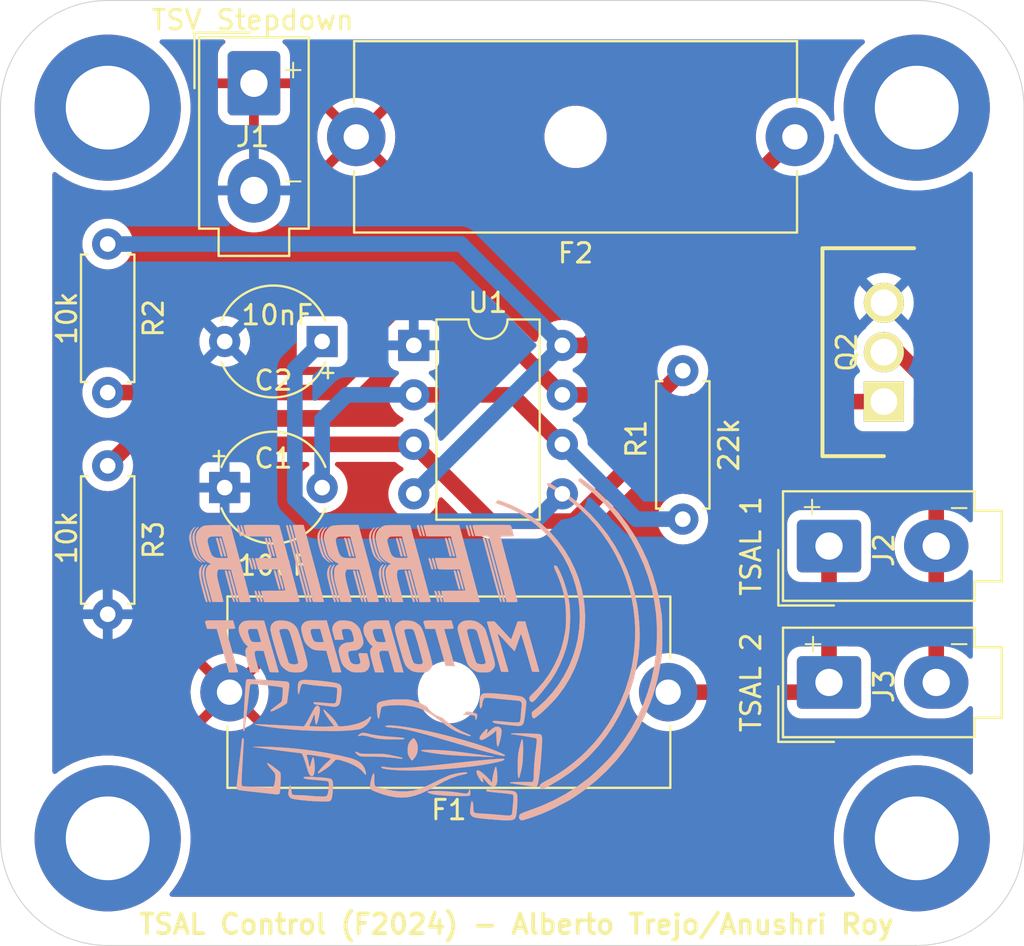
<source format=kicad_pcb>
(kicad_pcb (version 20240108) (generator "pcbnew") (generator_version "8.0")
  (layers (0 "F.Cu" signal) (31 "B.Cu" signal) (34 "B.Paste" user) (35 "F.Paste" user) (36 "B.SilkS" user "B.Silkscreen") (37 "F.SilkS" user "F.Silkscreen") (38 "B.Mask" user) (39 "F.Mask" user) (44 "Edge.Cuts" user))
  (net 0 "")
  (net 1 "Net-(U1-DIS)")
  (net 2 "Net-(U1-THR)")
  (net 3 "/12V")
  (net 4 "Net-(U1-CV)")
  (net 5 "TSVSD-")
  (net 6 "Net-(D1-A)")
  (net 7 "Net-(D1-K)")
  (net 8 "Net-(Q2-G)")
  (net 9 "Net-(U1-R)")
  (footprint "Motorsport_Footprints:U-Lite" (layer "F.Cu") (at 106.8 98.84 90)
    (property "Reference" "J3" (at -0.855 0.515 90) (layer "F.SilkS"))
    (property "Value" "TSAL 2" (at -0.66 -6.3 90) (layer "F.SilkS"))
    (pad "1" thru_hole oval (at -0.66 3.2 90) (size 2.7 3.3) (drill 1.4) (layers "*.Cu" "*.Mask") (net 7 "Net-(D1-K)"))
    (pad "2" thru_hole roundrect (at -0.66 -2.3 90) (size 2.7 3.3) (drill 1.4) (layers "*.Cu" "*.Mask") (roundrect_rratio 0.092593) (net 6 "Net-(D1-A)"))
  )
  (footprint "Motorsport_Footprints:FQ30N06L_Motorsport" (layer "F.Cu") (at 102.235 82.545 90)
    (property "Reference" "Q2" (at -0.005 3.175 90) (layer "F.SilkS"))
    (property "Value" "NMOS")
    (pad "1" thru_hole rect (at -2.54 5.08 180) (size 2.055 2.055) (drill 1.37) (layers "*.Cu" "*.Mask" "F.SilkS") (net 8 "Net-(Q2-G)"))
    (pad "2" thru_hole circle (at -0.005 5.08 180) (size 2.055 2.055) (drill 1.37) (layers "*.Cu" "*.Mask" "F.SilkS") (net 7 "Net-(D1-K)"))
    (pad "3" thru_hole circle (at 2.53 5.08 180) (size 2.055 2.055) (drill 1.37) (layers "*.Cu" "*.Mask" "F.SilkS") (net 5 "TSVSD-"))
  )
  (footprint "Connector_Molex:Molex_Mini-Fit_Jr_5566-02A_2x01_P4.20mm_Vertical" (layer "F.Cu") (at 75 68.75)
    (property "Reference" "J1" (at -0.07 2.75 0) (layer "F.SilkS"))
    (property "Value" "TSV Stepdown" (at -0.07 -3.25 180) (layer "F.SilkS"))
    (pad "1" thru_hole roundrect (at 0 0) (size 2.7 3.3) (drill 1.4) (layers "*.Cu" "*.Mask") (roundrect_rratio 0.092593) (net 3 "/12V"))
    (pad "2" thru_hole oval (at 0 5.5) (size 2.7 3.3) (drill 1.4) (layers "*.Cu" "*.Mask") (net 5 "TSVSD-"))
  )
  (footprint "Capacitor_THT:CP_Radial_Tantal_D5.5mm_P5.00mm" (layer "F.Cu") (at 78.5 82 180)
    (property "Reference" "C2" (at 2.5 -2 0) (layer "F.SilkS"))
    (property "Value" "10nF" (at 2.3 1.355 0) (layer "F.SilkS"))
    (pad "1" thru_hole rect (at 0 0 180) (size 1.6 1.6) (drill 0.8) (layers "*.Cu" "*.Mask") (net 4 "Net-(U1-CV)"))
    (pad "2" thru_hole circle (at 5 0 180) (size 1.6 1.6) (drill 0.8) (layers "*.Cu" "*.Mask") (net 5 "TSVSD-"))
  )
  (footprint "Fuse:Fuseholder_Cylinder-5x20mm_Schurter_0031_8201_Horizontal_Open" (layer "F.Cu") (at 80.25 71.5)
    (property "Reference" "F2" (at 11.25 5.97 0) (layer "F.SilkS"))
    (property "Value" "??? Fuse")
    (pad "" np_thru_hole circle (at 11.25 0) (size 2.7 2.7) (drill 2.7) (layers "*.Cu" "*.Mask"))
    (pad "1" thru_hole circle (at 0 0) (size 3 3) (drill 1.3) (layers "*.Cu" "*.Mask") (net 3 "/12V"))
    (pad "2" thru_hole circle (at 22.5 0) (size 3 3) (drill 1.3) (layers "*.Cu" "*.Mask") (net 9 "Net-(U1-R)"))
  )
  (footprint "MountingHole:MountingHole_4.3mm_M4_DIN965_Pad" (layer "F.Cu") (at 109 70)
    (property "Reference" "REF**" (hide yes))
    (property "Value" "MountingHole_4.3mm_M4_DIN965_Pad" (hide yes))
    (pad "1" thru_hole circle (at 0 0) (size 7.5 7.5) (drill 4.3) (layers "*.Cu" "*.Mask"))
  )
  (footprint "Capacitor_THT:CP_Radial_Tantal_D5.5mm_P5.00mm" (layer "F.Cu") (at 73.5 89.5)
    (property "Reference" "C1" (at 2.5 -1.5 0) (layer "F.SilkS"))
    (property "Value" "10uF" (at 2.5 4 0) (layer "F.SilkS"))
    (pad "1" thru_hole rect (at 0 0) (size 1.6 1.6) (drill 0.8) (layers "*.Cu" "*.Mask") (net 5 "TSVSD-"))
    (pad "2" thru_hole circle (at 5 0) (size 1.6 1.6) (drill 0.8) (layers "*.Cu" "*.Mask") (net 2 "Net-(U1-THR)"))
  )
  (footprint "Motorsport_Footprints:R_Axial_DIN0207_L6.3mm_D2.5mm_P7.62mm_Horizontal_Motorsport" (layer "F.Cu") (at 97 91.12 90)
    (property "Reference" "R1" (at 4.125 -2.385 90) (layer "F.SilkS"))
    (property "Value" "22k" (at 3.81 2.37 90) (layer "F.SilkS"))
    (pad "1" thru_hole circle (at 0 0 90) (size 1.6 1.6) (drill 0.8) (layers "*.Cu" "*.Mask") (net 2 "Net-(U1-THR)"))
    (pad "2" thru_hole oval (at 7.62 0 90) (size 1.6 1.6) (drill 0.8) (layers "*.Cu" "*.Mask") (net 1 "Net-(U1-DIS)"))
  )
  (footprint "Package_DIP:DIP-8_W7.62mm" (layer "F.Cu") (at 83.2 82.2)
    (property "Reference" "U1" (at 3.795 -2.19 0) (layer "F.SilkS"))
    (property "Value" "NE555P")
    (pad "1" thru_hole rect (at 0 0) (size 1.6 1.6) (drill 0.8) (layers "*.Cu" "*.Mask") (net 5 "TSVSD-"))
    (pad "2" thru_hole oval (at 0 2.54) (size 1.6 1.6) (drill 0.8) (layers "*.Cu" "*.Mask") (net 2 "Net-(U1-THR)"))
    (pad "3" thru_hole oval (at 0 5.08) (size 1.6 1.6) (drill 0.8) (layers "*.Cu" "*.Mask") (net 8 "Net-(Q2-G)"))
    (pad "4" thru_hole oval (at 0 7.62) (size 1.6 1.6) (drill 0.8) (layers "*.Cu" "*.Mask") (net 9 "Net-(U1-R)"))
    (pad "5" thru_hole oval (at 7.62 7.62) (size 1.6 1.6) (drill 0.8) (layers "*.Cu" "*.Mask") (net 4 "Net-(U1-CV)"))
    (pad "6" thru_hole oval (at 7.62 5.08) (size 1.6 1.6) (drill 0.8) (layers "*.Cu" "*.Mask") (net 2 "Net-(U1-THR)"))
    (pad "7" thru_hole oval (at 7.62 2.54) (size 1.6 1.6) (drill 0.8) (layers "*.Cu" "*.Mask") (net 1 "Net-(U1-DIS)"))
    (pad "8" thru_hole oval (at 7.62 0) (size 1.6 1.6) (drill 0.8) (layers "*.Cu" "*.Mask") (net 9 "Net-(U1-R)"))
  )
  (footprint "Fuse:Fuseholder_Cylinder-5x20mm_Schurter_0031_8201_Horizontal_Open" (layer "F.Cu") (at 73.75 100)
    (property "Reference" "F1" (at 11.25 6.045 0) (layer "F.SilkS"))
    (property "Value" "500mA Fuse")
    (pad "" np_thru_hole circle (at 11.25 0) (size 2.7 2.7) (drill 2.7) (layers "*.Cu" "*.Mask"))
    (pad "1" thru_hole circle (at 0 0) (size 3 3) (drill 1.3) (layers "*.Cu" "*.Mask") (net 3 "/12V"))
    (pad "2" thru_hole circle (at 22.5 0) (size 3 3) (drill 1.3) (layers "*.Cu" "*.Mask") (net 6 "Net-(D1-A)"))
  )
  (footprint "MountingHole:MountingHole_4.3mm_M4_DIN965_Pad" (layer "F.Cu") (at 67.5 70)
    (property "Reference" "REF**" (hide yes))
    (property "Value" "MountingHole_4.3mm_M4_DIN965_Pad" (hide yes))
    (pad "1" thru_hole circle (at 0 0) (size 7.5 7.5) (drill 4.3) (layers "*.Cu" "*.Mask"))
  )
  (footprint "MountingHole:MountingHole_4.3mm_M4_DIN965_Pad" (layer "F.Cu") (at 109 107.5)
    (property "Reference" "REF**" (hide yes))
    (property "Value" "MountingHole_4.3mm_M4_DIN965_Pad" (hide yes))
    (pad "1" thru_hole circle (at 0 0) (size 7.5 7.5) (drill 4.3) (layers "*.Cu" "*.Mask"))
  )
  (footprint "Motorsport_Footprints:R_Axial_DIN0207_L6.3mm_D2.5mm_P7.62mm_Horizontal_Motorsport" (layer "F.Cu") (at 67.5 84.62 90)
    (property "Reference" "R2" (at 3.81 2.35 90) (layer "F.SilkS"))
    (property "Value" "10k" (at 3.81 -2.095 90) (layer "F.SilkS"))
    (pad "1" thru_hole circle (at 0 0 90) (size 1.6 1.6) (drill 0.8) (layers "*.Cu" "*.Mask") (net 1 "Net-(U1-DIS)"))
    (pad "2" thru_hole oval (at 7.62 0 90) (size 1.6 1.6) (drill 0.8) (layers "*.Cu" "*.Mask") (net 9 "Net-(U1-R)"))
  )
  (footprint "MountingHole:MountingHole_4.3mm_M4_DIN965_Pad" (layer "F.Cu") (at 67.5 107.5)
    (property "Reference" "REF**" (hide yes))
    (property "Value" "MountingHole_4.3mm_M4_DIN965_Pad" (hide yes))
    (pad "1" thru_hole circle (at 0 0) (size 7.5 7.5) (drill 4.3) (layers "*.Cu" "*.Mask"))
  )
  (footprint "Motorsport_Footprints:U-Lite" (layer "F.Cu") (at 106.8 91.84 90)
    (property "Reference" "J2" (at -0.87 0.515 90) (layer "F.SilkS"))
    (property "Value" "TSAL 1" (at -0.66 -6.3 90) (layer "F.SilkS"))
    (pad "1" thru_hole oval (at -0.66 3.2 90) (size 2.7 3.3) (drill 1.4) (layers "*.Cu" "*.Mask") (net 7 "Net-(D1-K)"))
    (pad "2" thru_hole roundrect (at -0.66 -2.3 90) (size 2.7 3.3) (drill 1.4) (layers "*.Cu" "*.Mask") (roundrect_rratio 0.092593) (net 6 "Net-(D1-A)"))
  )
  (footprint "Motorsport_Footprints:R_Axial_DIN0207_L6.3mm_D2.5mm_P7.62mm_Horizontal_Motorsport" (layer "F.Cu") (at 67.5 88.38 -90)
    (property "Reference" "R3" (at 3.81 -2.35 -90) (layer "F.SilkS"))
    (property "Value" "10k" (at 3.695 2.095 -90) (layer "F.SilkS"))
    (pad "1" thru_hole circle (at 0 0 270) (size 1.6 1.6) (drill 0.8) (layers "*.Cu" "*.Mask") (net 8 "Net-(Q2-G)"))
    (pad "2" thru_hole oval (at 7.62 0 270) (size 1.6 1.6) (drill 0.8) (layers "*.Cu" "*.Mask") (net 5 "TSVSD-"))
  )
  (footprint "Motorsport_Footprints:tm_logo" (layer "B.Cu") (at 83.82 97.79 180)
    (property "Reference" "G***" (hide yes))
    (property "Value" "LOGO" (hide yes))
  )
  (gr_arc (start 67.5 113) (mid 63.610913 111.389087) (end 62 107.5) (stroke (width 0.05)) (layer "Edge.Cuts"))
  (gr_arc (start 109 64.5) (mid 112.889087 66.110913) (end 114.5 70) (stroke (width 0.05)) (layer "Edge.Cuts"))
  (gr_arc (start 114.5 107.5) (mid 112.889087 111.389087) (end 109 113) (stroke (width 0.05)) (layer "Edge.Cuts"))
  (gr_line (start 114.5 107.5) (end 114.5 70) (stroke (width 0.05)) (layer "Edge.Cuts"))
  (gr_line (start 109 113) (end 67.5 113) (stroke (width 0.05)) (layer "Edge.Cuts"))
  (gr_line (start 67.5 64.5) (end 109 64.5) (stroke (width 0.05)) (layer "Edge.Cuts"))
  (gr_line (start 62 107.5) (end 62 70) (stroke (width 0.05)) (layer "Edge.Cuts"))
  (gr_arc (start 62 70) (mid 63.610913 66.110913) (end 67.5 64.5) (stroke (width 0.05)) (layer "Edge.Cuts"))
  (gr_text "-" (at 110.49 98.044 0) (layer "F.SilkS") (effects (font (size 1 1) (thickness 0.1)) (justify left bottom)))
  (gr_text "-" (at 76.327 74.295 0) (layer "F.SilkS") (effects (font (size 1 1) (thickness 0.1)) (justify left bottom)))
  (gr_text "TSAL Control (F2024) - Alberto Trejo/Anushri Roy" (at 69 112.5 0) (layer "F.SilkS") (effects (font (size 1 1) (thickness 0.2) (bold yes)) (justify left bottom)))
  (gr_text "+" (at 104.14 91.186 90) (layer "F.SilkS") (effects (font (size 1 1) (thickness 0.1)) (justify left bottom)))
  (gr_text "+" (at 76.327 68.58 0) (layer "F.SilkS") (effects (font (size 1 1) (thickness 0.1)) (justify left bottom)))
  (gr_text "-" (at 110.49 91.059 0) (layer "F.SilkS") (effects (font (size 1 1) (thickness 0.1)) (justify left bottom)))
  (gr_text "+" (at 102.997 98.044 0) (layer "F.SilkS") (effects (font (size 1 1) (thickness 0.1)) (justify left bottom)))
  (segment (start 80.5 82.1) (end 82.1 80.5) (width 0.8) (layer "F.Cu") (net 1))
  (segment (start 86.58 80.5) (end 90.82 84.74) (width 0.8) (layer "F.Cu") (net 1))
  (segment (start 67.5 84.62) (end 78.88 84.62) (width 0.8) (layer "F.Cu") (net 1))
  (segment (start 78.88 84.62) (end 80.5 83) (width 0.8) (layer "F.Cu") (net 1))
  (segment (start 80.5 83) (end 80.5 82.1) (width 0.8) (layer "F.Cu") (net 1))
  (segment (start 82.1 80.5) (end 86.58 80.5) (width 0.8) (layer "F.Cu") (net 1))
  (segment (start 95.76 84.74) (end 97 83.5) (width 0.8) (layer "F.Cu") (net 1))
  (segment (start 90.82 84.74) (end 95.76 84.74) (width 0.8) (layer "F.Cu") (net 1))
  (segment (start 88.24 84.74) (end 90.78 87.28) (width 0.8) (layer "F.Cu") (net 2))
  (segment (start 83.2 84.74) (end 88.24 84.74) (width 0.8) (layer "F.Cu") (net 2))
  (segment (start 94 90.5) (end 94.62 91.12) (width 0.8) (layer "B.Cu") (net 2))
  (segment (start 90.82 87.28) (end 94 90.46) (width 0.8) (layer "B.Cu") (net 2))
  (segment (start 79.76 84.74) (end 83.2 84.74) (width 0.8) (layer "B.Cu") (net 2))
  (segment (start 94 90.46) (end 94 90.5) (width 0.8) (layer "B.Cu") (net 2))
  (segment (start 90.78 87.28) (end 90.82 87.28) (width 0.8) (layer "B.Cu") (net 2))
  (segment (start 78.5 89.5) (end 78.5 86) (width 0.8) (layer "B.Cu") (net 2))
  (segment (start 94.62 91.12) (end 97 91.12) (width 0.8) (layer "B.Cu") (net 2))
  (segment (start 78.5 86) (end 79.76 84.74) (width 0.8) (layer "B.Cu") (net 2))
  (segment (start 78.22 91.22) (end 89.42 91.22) (width 0.8) (layer "B.Cu") (net 4))
  (segment (start 77.1 83.4) (end 77.1 90.1) (width 0.8) (layer "B.Cu") (net 4))
  (segment (start 89.42 91.22) (end 90.82 89.82) (width 0.8) (layer "B.Cu") (net 4))
  (segment (start 78.5 82) (end 77.1 83.4) (width 0.8) (layer "B.Cu") (net 4))
  (segment (start 77.1 90.1) (end 78.22 91.22) (width 0.8) (layer "B.Cu") (net 4))
  (segment (start 104 100) (end 96.25 100) (width 0.8) (layer "F.Cu") (net 6))
  (segment (start 104.5 92.5) (end 104.5 99.5) (width 0.8) (layer "F.Cu") (net 6))
  (segment (start 104.5 99.5) (end 104 100) (width 0.8) (layer "F.Cu") (net 6))
  (segment (start 110 84.515) (end 108.035 82.55) (width 0.8) (layer "F.Cu") (net 7))
  (segment (start 110 99.5) (end 110 84.515) (width 0.8) (layer "F.Cu") (net 7))
  (segment (start 108.035 82.55) (end 107.315 82.55) (width 0.8) (layer "F.Cu") (net 7))
  (segment (start 68.6 87.28) (end 83.2 87.28) (width 0.8) (layer "F.Cu") (net 8))
  (segment (start 97.534899 85.085) (end 91.399899 91.22) (width 0.8) (layer "F.Cu") (net 8))
  (segment (start 91.399899 91.22) (end 87.14 91.22) (width 0.8) (layer "F.Cu") (net 8))
  (segment (start 87.14 91.22) (end 83.2 87.28) (width 0.8) (layer "F.Cu") (net 8))
  (segment (start 67.5 88.38) (end 68.6 87.28) (width 0.8) (layer "F.Cu") (net 8))
  (segment (start 107.315 85.085) (end 97.534899 85.085) (width 0.8) (layer "F.Cu") (net 8))
  (segment (start 102.75 71.5) (end 92.05 82.2) (width 0.8) (layer "F.Cu") (net 9))
  (segment (start 92.05 82.2) (end 90.82 82.2) (width 0.8) (layer "F.Cu") (net 9))
  (segment (start 90.82 82.2) (end 85.62 77) (width 0.8) (layer "B.Cu") (net 9))
  (segment (start 85.62 77) (end 67.5 77) (width 0.8) (layer "B.Cu") (net 9))
  (segment (start 83.2 89.82) (end 90.82 82.2) (width 0.8) (layer "B.Cu") (net 9))
  (zone (net 3) (net_name "/12V") (layer "F.Cu") (connect_pads (clearance 0.5)) (min_thickness 0.25) (fill yes (thermal_gap 0.5) (thermal_bridge_width 0.5))
    (polygon (pts (xy 64.66 66.5) (xy 64.66 110.5) (xy 111.88 110.5) (xy 111.88 66.5)))
  )
  (zone (net 5) (net_name "TSVSD-") (layer "B.Cu") (priority 1) (connect_pads (clearance 0.5)) (min_thickness 0.25) (fill yes (thermal_gap 0.5) (thermal_bridge_width 0.5))
    (polygon (pts (xy 111.88 66.5) (xy 64.66 66.5) (xy 64.66 110.5) (xy 111.88 110.5)))
  )
)
</source>
